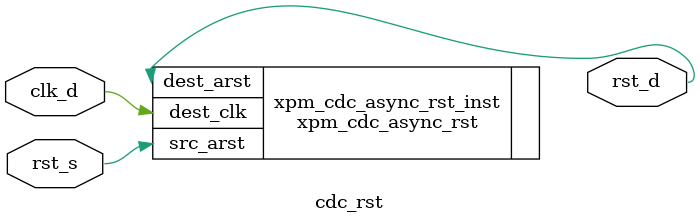
<source format=sv>

`timescale 1ns/1ps

module cdc_rst #(
    parameter DEST_SYNC_FF      = 4,
    parameter RST_ACTIVE_HIGH   = 0
) (
    input   rst_s,
    input   clk_d,
    output  rst_d
);

xpm_cdc_async_rst #(
    .DEST_SYNC_FF   (   DEST_SYNC_FF    ),  // DECIMAL; range: 2-10
    .INIT_SYNC_FF   (   0               ),  // DECIMAL; 0=disable simulation init values, 1=enable simulation init values
    .RST_ACTIVE_HIGH(   RST_ACTIVE_HIGH )   // DECIMAL; 0=active low reset, 1=active high reset
)
xpm_cdc_async_rst_inst (
    .dest_arst  (   rst_d   ),  // 1-bit output: src_arst asynchronous reset signal synchronized to destination
                                // clock domain. This output is registered. NOTE: Signal asserts asynchronously
                                // but deasserts synchronously to dest_clk. Width of the reset signal is at least
                                // (DEST_SYNC_FF*dest_clk) period.

    .dest_clk   (   clk_d   ),  // 1-bit input: Destination clock.
    .src_arst   (   rst_s   )   // 1-bit input: Source asynchronous reset signal.
);

endmodule


// XPM_CDC instantiation template for Asynchronous Reset Synchronizer configurations
// Refer to the targeted device family architecture libraries guide for XPM_CDC documentation
// =======================================================================================================================

// Parameter usage table, organized as follows:
// +---------------------------------------------------------------------------------------------------------------------+
// | Parameter name       | Data type          | Restrictions, if applicable                                             |
// |---------------------------------------------------------------------------------------------------------------------|
// | Description                                                                                                         |
// +---------------------------------------------------------------------------------------------------------------------+
// +---------------------------------------------------------------------------------------------------------------------+
// | DEST_SYNC_FF         | Integer            | Range: 2 - 10. Default value = 4.                                       |
// |---------------------------------------------------------------------------------------------------------------------|
// | Number of register stages used to synchronize signal in the destination clock domain.                               |
// | This parameter also determines the minimum width of the asserted reset signal.                                      |
// +---------------------------------------------------------------------------------------------------------------------+
// | INIT_SYNC_FF         | Integer            | Allowed values: 0, 1. Default value = 0.                                |
// |---------------------------------------------------------------------------------------------------------------------|
// | 0- Disable behavioral simulation initialization value(s) on synchronization registers.                              |
// | 1- Enable behavioral simulation initialization value(s) on synchronization registers.                               |
// +---------------------------------------------------------------------------------------------------------------------+
// | RST_ACTIVE_HIGH      | Integer            | Allowed values: 0, 1. Default value = 0.                                |
// |---------------------------------------------------------------------------------------------------------------------|
// | Defines the polarity of the asynchronous reset signal.                                                              |
// |                                                                                                                     |
// |   0- Active low asynchronous reset signal                                                                           |
// |   1- Active high asynchronous reset signal                                                                          |
// +---------------------------------------------------------------------------------------------------------------------+

// Port usage table, organized as follows:
// +---------------------------------------------------------------------------------------------------------------------+
// | Port name      | Direction | Size, in bits                         | Domain  | Sense       | Handling if unused     |
// |---------------------------------------------------------------------------------------------------------------------|
// | Description                                                                                                         |
// +---------------------------------------------------------------------------------------------------------------------+
// +---------------------------------------------------------------------------------------------------------------------+
// | dest_arst      | Output    | 1                                     | dest_clk| NA          | Required               |
// |---------------------------------------------------------------------------------------------------------------------|
// | src_arst asynchronous reset signal synchronized to destination clock domain. This output is registered.             |
// | NOTE: Signal asserts asynchronously but deasserts synchronously to dest_clk. Width of the reset signal is at least  |
// | (DEST_SYNC_FF*dest_clk) period.                                                                                     |
// +---------------------------------------------------------------------------------------------------------------------+
// | dest_clk       | Input     | 1                                     | NA      | Rising edge | Required               |
// |---------------------------------------------------------------------------------------------------------------------|
// | Destination clock.                                                                                                  |
// +---------------------------------------------------------------------------------------------------------------------+
// | src_arst       | Input     | 1                                     | NA      | NA          | Required               |
// |---------------------------------------------------------------------------------------------------------------------|
// | Source asynchronous reset signal.                                                                                   |
// +---------------------------------------------------------------------------------------------------------------------+


// xpm_cdc_async_rst : In order to incorporate this function into the design,
//      Verilog      : the following instance declaration needs to be placed
//     instance      : in the body of the design code.  The instance name
//    declaration    : (xpm_cdc_async_rst_inst) and/or the port declarations within the
//       code        : parenthesis may be changed to properly reference and
//                   : connect this function to the design.  All inputs
//                   : and outputs must be connected.

//  Please reference the appropriate libraries guide for additional information on the XPM modules.
</source>
